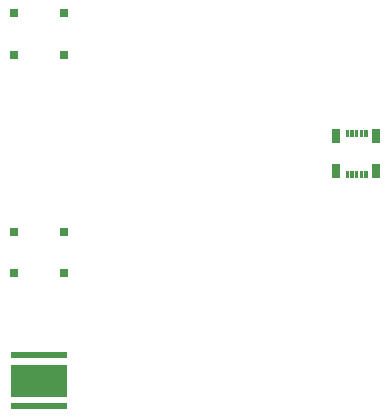
<source format=gbr>
%TF.GenerationSoftware,KiCad,Pcbnew,(5.99.0-2309-gaf729d578)*%
%TF.CreationDate,2020-09-01T21:57:30-04:00*%
%TF.ProjectId,flex,666c6578-2e6b-4696-9361-645f70636258,rev?*%
%TF.SameCoordinates,Original*%
%TF.FileFunction,Paste,Bot*%
%TF.FilePolarity,Positive*%
%FSLAX46Y46*%
G04 Gerber Fmt 4.6, Leading zero omitted, Abs format (unit mm)*
G04 Created by KiCad (PCBNEW (5.99.0-2309-gaf729d578)) date 2020-09-01 21:57:30*
%MOMM*%
%LPD*%
G01*
G04 APERTURE LIST*
%ADD10C,0.010000*%
%ADD11R,0.750000X0.700000*%
%ADD12R,0.700000X1.200000*%
%ADD13R,4.780000X0.500000*%
%ADD14R,4.780000X2.780000*%
G04 APERTURE END LIST*
%TO.C,P1*%
G36*
X280920000Y-30011316D02*
G01*
X280719422Y-30011316D01*
X280719422Y-29502276D01*
X280920000Y-29502276D01*
X280920000Y-30011316D01*
G37*
D10*
X280920000Y-30011316D02*
X280719422Y-30011316D01*
X280719422Y-29502276D01*
X280920000Y-29502276D01*
X280920000Y-30011316D01*
G36*
X281320000Y-30011316D02*
G01*
X281119820Y-30011316D01*
X281119820Y-29501856D01*
X281320000Y-29501856D01*
X281320000Y-30011316D01*
G37*
X281320000Y-30011316D02*
X281119820Y-30011316D01*
X281119820Y-29501856D01*
X281320000Y-29501856D01*
X281320000Y-30011316D01*
G36*
X281720000Y-30011316D02*
G01*
X281519940Y-30011316D01*
X281519940Y-29502216D01*
X281720000Y-29502216D01*
X281720000Y-30011316D01*
G37*
X281720000Y-30011316D02*
X281519940Y-30011316D01*
X281519940Y-29502216D01*
X281720000Y-29502216D01*
X281720000Y-30011316D01*
G36*
X282120000Y-30011316D02*
G01*
X281920593Y-30011316D01*
X281920593Y-29504266D01*
X282120000Y-29504266D01*
X282120000Y-30011316D01*
G37*
X282120000Y-30011316D02*
X281920593Y-30011316D01*
X281920593Y-29504266D01*
X282120000Y-29504266D01*
X282120000Y-30011316D01*
G36*
X282520000Y-30011316D02*
G01*
X282321126Y-30011316D01*
X282321126Y-29503716D01*
X282520000Y-29503716D01*
X282520000Y-30011316D01*
G37*
X282520000Y-30011316D02*
X282321126Y-30011316D01*
X282321126Y-29503716D01*
X282520000Y-29503716D01*
X282520000Y-30011316D01*
G36*
X280920000Y-26521316D02*
G01*
X280718920Y-26521316D01*
X280718920Y-26008916D01*
X280920000Y-26008916D01*
X280920000Y-26521316D01*
G37*
X280920000Y-26521316D02*
X280718920Y-26521316D01*
X280718920Y-26008916D01*
X280920000Y-26008916D01*
X280920000Y-26521316D01*
G36*
X281320000Y-26521316D02*
G01*
X281119500Y-26521316D01*
X281119500Y-26009316D01*
X281320000Y-26009316D01*
X281320000Y-26521316D01*
G37*
X281320000Y-26521316D02*
X281119500Y-26521316D01*
X281119500Y-26009316D01*
X281320000Y-26009316D01*
X281320000Y-26521316D01*
G36*
X281720000Y-26521316D02*
G01*
X281519901Y-26521316D01*
X281519901Y-26009336D01*
X281720000Y-26009336D01*
X281720000Y-26521316D01*
G37*
X281720000Y-26521316D02*
X281519901Y-26521316D01*
X281519901Y-26009336D01*
X281720000Y-26009336D01*
X281720000Y-26521316D01*
G36*
X282120000Y-26521316D02*
G01*
X281920410Y-26521316D01*
X281920410Y-26008586D01*
X282120000Y-26008586D01*
X282120000Y-26521316D01*
G37*
X282120000Y-26521316D02*
X281920410Y-26521316D01*
X281920410Y-26008586D01*
X282120000Y-26008586D01*
X282120000Y-26521316D01*
G36*
X282520000Y-26521316D02*
G01*
X282321193Y-26521316D01*
X282321193Y-26007906D01*
X282520000Y-26007906D01*
X282520000Y-26521316D01*
G37*
X282520000Y-26521316D02*
X282321193Y-26521316D01*
X282321193Y-26007906D01*
X282520000Y-26007906D01*
X282520000Y-26521316D01*
%TD*%
D11*
%TO.C,SW2*%
X252625000Y-38150000D03*
X256875000Y-38150000D03*
X252625000Y-34650000D03*
X256875000Y-34650000D03*
%TD*%
%TO.C,SW1*%
X252625000Y-19650000D03*
X256875000Y-19650000D03*
X252625000Y-16150000D03*
X256875000Y-16150000D03*
%TD*%
D12*
%TO.C,P1*%
X279920000Y-29511316D03*
X279920000Y-26511316D03*
X283320000Y-26511316D03*
X283320000Y-29511316D03*
%TD*%
D13*
%TO.C,D1*%
X254750000Y-45110000D03*
X254750000Y-49390000D03*
D14*
X254750000Y-47250000D03*
%TD*%
M02*

</source>
